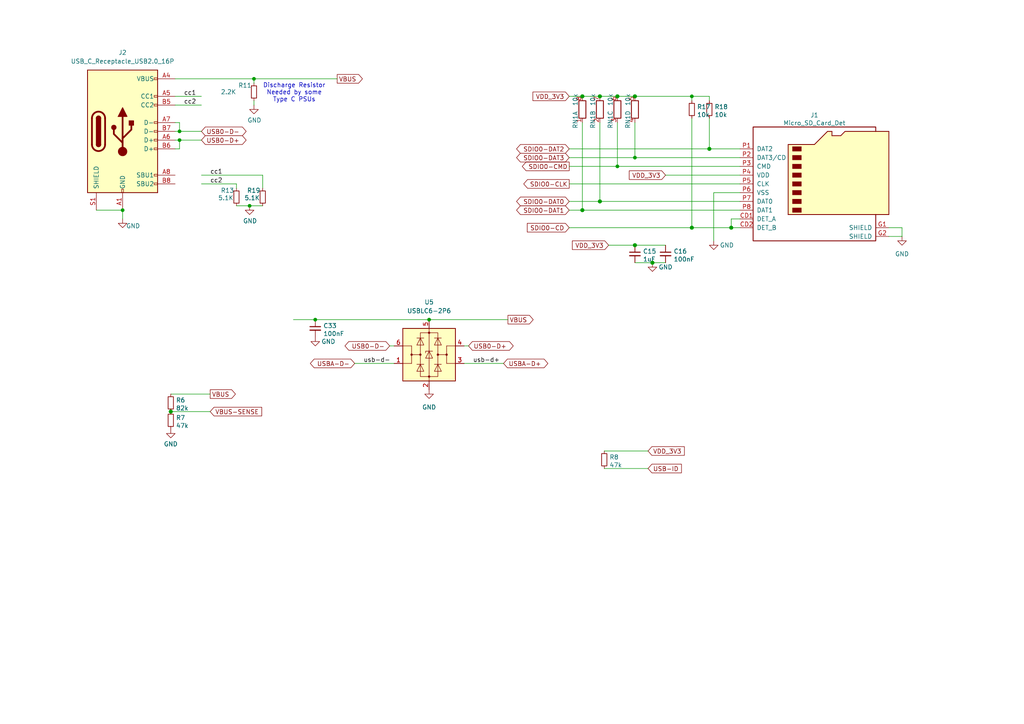
<source format=kicad_sch>
(kicad_sch (version 20250114) (generator "eeschema") (generator_version "9.0")
  (paper "A4")
  (lib_symbols
    (symbol "Connector:USB_C_Receptacle_USB2.0_16P" (pin_names (offset 1.016))
      (property "Reference" "J" (at 0 22.225 0))
      (property "Value" "USB_C_Receptacle_USB2.0_16P" (at 0 19.685 0))
      (symbol "USB_C_Receptacle_USB2.0_16P_0_0"
        (rectangle (start -0.254 -17.78) (end 0.254 -16.764))
        (rectangle (start 10.16 15.494) (end 9.144 14.986))
        (rectangle (start 10.16 10.414) (end 9.144 9.906))
        (rectangle (start 10.16 7.874) (end 9.144 7.366))
        (rectangle (start 10.16 2.794) (end 9.144 2.286))
        (rectangle (start 10.16 0.254) (end 9.144 -0.254))
        (rectangle (start 10.16 -2.286) (end 9.144 -2.794))
        (rectangle (start 10.16 -4.826) (end 9.144 -5.334))
        (rectangle (start 10.16 -12.446) (end 9.144 -12.954))
        (rectangle (start 10.16 -14.986) (end 9.144 -15.494))
      )
      (symbol "USB_C_Receptacle_USB2.0_16P_0_1"
        (rectangle (start -10.16 17.78) (end 10.16 -17.78) (stroke (width 0.254)) (fill (type background)))
        (polyline (pts (xy -8.89 -3.81) (xy -8.89 3.81)) (stroke (width 0.508)))
        (rectangle (start -7.62 -3.81) (end -6.35 3.81) (stroke (width 0.254)) (fill (type outline)))
        (arc (start -7.62 3.81) (mid -6.985 4.4423) (end -6.35 3.81) (stroke (width 0.254)))
        (arc (start -7.62 3.81) (mid -6.985 4.4423) (end -6.35 3.81) (stroke (width 0.254)) (fill (type outline)))
        (arc (start -8.89 3.81) (mid -6.985 5.7067) (end -5.08 3.81) (stroke (width 0.508)))
        (arc (start -5.08 -3.81) (mid -6.985 -5.7067) (end -8.89 -3.81) (stroke (width 0.508)))
        (arc (start -6.35 -3.81) (mid -6.985 -4.4423) (end -7.62 -3.81) (stroke (width 0.254)))
        (arc (start -6.35 -3.81) (mid -6.985 -4.4423) (end -7.62 -3.81) (stroke (width 0.254)) (fill (type outline)))
        (polyline (pts (xy -5.08 3.81) (xy -5.08 -3.81)) (stroke (width 0.508)))
        (circle (center -2.54 1.143) (radius 0.635) (stroke (width 0.254)) (fill (type outline)))
        (polyline (pts (xy -1.27 4.318) (xy 0 6.858) (xy 1.27 4.318) (xy -1.27 4.318)) (stroke (width 0.254)) (fill (type outline)))
        (polyline (pts (xy 0 -2.032) (xy 2.54 0.508) (xy 2.54 1.778)) (stroke (width 0.508)))
        (polyline (pts (xy 0 -3.302) (xy -2.54 -0.762) (xy -2.54 0.508)) (stroke (width 0.508)))
        (polyline (pts (xy 0 -5.842) (xy 0 4.318)) (stroke (width 0.508)))
        (circle (center 0 -5.842) (radius 1.27) (fill (type outline)))
        (rectangle (start 1.905 1.778) (end 3.175 3.048) (stroke (width 0.254)) (fill (type outline)))
      )
      (symbol "USB_C_Receptacle_USB2.0_16P_1_1"
        (pin passive line (at -7.62 -22.86 90) (length 5.08) (name "SHIELD") (number "S1"))
        (pin passive line (at 0 -22.86 90) (length 5.08) (name "GND") (number "A1"))
        (pin passive line (at 0 -22.86 90) (length 5.08) (hide yes) (name "GND") (number "A12"))
        (pin passive line (at 0 -22.86 90) (length 5.08) (hide yes) (name "GND") (number "B1"))
        (pin passive line (at 0 -22.86 90) (length 5.08) (hide yes) (name "GND") (number "B12"))
        (pin passive line (at 15.24 15.24 180) (length 5.08) (name "VBUS") (number "A4"))
        (pin passive line (at 15.24 15.24 180) (length 5.08) (hide yes) (name "VBUS") (number "A9"))
        (pin passive line (at 15.24 15.24 180) (length 5.08) (hide yes) (name "VBUS") (number "B4"))
        (pin passive line (at 15.24 15.24 180) (length 5.08) (hide yes) (name "VBUS") (number "B9"))
        (pin bidirectional line (at 15.24 10.16 180) (length 5.08) (name "CC1") (number "A5"))
        (pin bidirectional line (at 15.24 7.62 180) (length 5.08) (name "CC2") (number "B5"))
        (pin bidirectional line (at 15.24 2.54 180) (length 5.08) (name "D-") (number "A7"))
        (pin bidirectional line (at 15.24 0 180) (length 5.08) (name "D-") (number "B7"))
        (pin bidirectional line (at 15.24 -2.54 180) (length 5.08) (name "D+") (number "A6"))
        (pin bidirectional line (at 15.24 -5.08 180) (length 5.08) (name "D+") (number "B6"))
        (pin bidirectional line (at 15.24 -12.7 180) (length 5.08) (name "SBU1") (number "A8"))
        (pin bidirectional line (at 15.24 -15.24 180) (length 5.08) (name "SBU2") (number "B8"))
      )
    )
    (symbol "Device:C_Small" (pin_numbers (hide yes)) (pin_names (offset 0.254) (hide yes))
      (property "Reference" "C" (at 0.254 1.778 0))
      (property "Value" "C_Small" (at 0.254 -2.032 0))
      (symbol "C_Small_0_1"
        (polyline (pts (xy -1.524 0.508) (xy 1.524 0.508)) (stroke (width 0.3048)))
        (polyline (pts (xy -1.524 -0.508) (xy 1.524 -0.508)) (stroke (width 0.3302)))
      )
      (symbol "C_Small_1_1"
        (pin passive line (at 0 2.54 270) (length 2.032) (name "~") (number "1"))
        (pin passive line (at 0 -2.54 90) (length 2.032) (name "~") (number "2"))
      )
    )
    (symbol "Device:R_Pack04_Split" (pin_names (offset 0) (hide yes))
      (property "Reference" "RN" (at 2.032 0 90))
      (property "Value" "R_Pack04_Split" (at 0 0 90))
      (symbol "R_Pack04_Split_0_1"
        (rectangle (start 1.016 2.54) (end -1.016 -2.54) (stroke (width 0.254)))
      )
      (symbol "R_Pack04_Split_1_1"
        (pin passive line (at 0 3.81 270) (length 1.27) (name "R1.2") (number "8"))
        (pin passive line (at 0 -3.81 90) (length 1.27) (name "R1.1") (number "1"))
      )
      (symbol "R_Pack04_Split_2_1"
        (pin passive line (at 0 3.81 270) (length 1.27) (name "R2.2") (number "7"))
        (pin passive line (at 0 -3.81 90) (length 1.27) (name "R2.1") (number "2"))
      )
      (symbol "R_Pack04_Split_3_1"
        (pin passive line (at 0 3.81 270) (length 1.27) (name "R3.2") (number "6"))
        (pin passive line (at 0 -3.81 90) (length 1.27) (name "R3.1") (number "3"))
      )
      (symbol "R_Pack04_Split_4_1"
        (pin passive line (at 0 3.81 270) (length 1.27) (name "R4.2") (number "5"))
        (pin passive line (at 0 -3.81 90) (length 1.27) (name "R4.1") (number "4"))
      )
    )
    (symbol "Device:R_Small" (pin_numbers (hide yes)) (pin_names (offset 0.254) (hide yes))
      (property "Reference" "R" (at 0.762 0.508 0))
      (property "Value" "R_Small" (at 0.762 -1.016 0))
      (symbol "R_Small_0_1"
        (rectangle (start -0.762 1.778) (end 0.762 -1.778) (stroke (width 0.2032)))
      )
      (symbol "R_Small_1_1"
        (pin passive line (at 0 2.54 270) (length 0.762) (name "~") (number "1"))
        (pin passive line (at 0 -2.54 90) (length 0.762) (name "~") (number "2"))
      )
    )
    (symbol "Power_Protection:USBLC6-2P6" (pin_names (hide yes))
      (property "Reference" "U" (at 2.54 8.89 0))
      (property "Value" "USBLC6-2P6" (at 2.54 -8.89 0))
      (symbol "USBLC6-2P6_0_1"
        (rectangle (start -7.62 -7.62) (end 7.62 7.62) (stroke (width 0.254)) (fill (type background)))
        (polyline (pts (xy -5.08 2.54) (xy -7.62 2.54)))
        (circle (center -5.08 0) (radius 0.254) (fill (type outline)))
        (polyline (pts (xy -5.08 0) (xy -5.08 -2.54)))
        (polyline (pts (xy -5.08 -2.54) (xy -7.62 -2.54)))
        (polyline (pts (xy -3.556 2.794) (xy -1.524 2.794) (xy -2.54 4.826) (xy -3.556 2.794)))
        (polyline (pts (xy -3.556 -4.826) (xy -1.524 -4.826) (xy -2.54 -2.794) (xy -3.556 -4.826)))
        (rectangle (start -2.54 6.35) (end 2.54 -6.35))
        (circle (center -2.54 0) (radius 0.254) (fill (type outline)))
        (polyline (pts (xy -2.54 0) (xy -5.08 0) (xy -5.08 2.54)))
        (polyline (pts (xy -1.524 4.826) (xy -3.556 4.826)))
        (polyline (pts (xy -1.524 -2.794) (xy -3.556 -2.794)))
        (polyline (pts (xy -1.016 -1.016) (xy 1.016 -1.016) (xy 0 1.016) (xy -1.016 -1.016)))
        (circle (center 0 6.35) (radius 0.254) (fill (type outline)))
        (polyline (pts (xy 0 6.35) (xy 0 7.62)))
        (polyline (pts (xy 0 1.27) (xy 0 6.35)))
        (polyline (pts (xy 0 -6.35) (xy 0 1.27)))
        (circle (center 0 -6.35) (radius 0.254) (fill (type outline)))
        (polyline (pts (xy 0 -7.62) (xy 0 -6.35)))
        (polyline (pts (xy 1.016 1.016) (xy 0.762 1.016) (xy -1.016 1.016) (xy -1.016 0.508)))
        (polyline (pts (xy 1.524 4.826) (xy 3.556 4.826)))
        (polyline (pts (xy 1.524 -2.794) (xy 3.556 -2.794)))
        (polyline (pts (xy 2.54 0) (xy 5.08 0) (xy 5.08 2.54)))
        (circle (center 2.54 0) (radius 0.254) (fill (type outline)))
        (polyline (pts (xy 3.556 2.794) (xy 1.524 2.794) (xy 2.54 4.826) (xy 3.556 2.794)))
        (polyline (pts (xy 3.556 -4.826) (xy 1.524 -4.826) (xy 2.54 -2.794) (xy 3.556 -4.826)))
        (polyline (pts (xy 5.08 2.54) (xy 7.62 2.54)))
        (polyline (pts (xy 5.08 0) (xy 5.08 -2.54)))
        (circle (center 5.08 0) (radius 0.254) (fill (type outline)))
        (polyline (pts (xy 5.08 -2.54) (xy 7.62 -2.54)))
      )
      (symbol "USBLC6-2P6_1_1"
        (pin passive line (at -10.16 2.54 0) (length 2.54) (name "I/O1") (number "6"))
        (pin passive line (at -10.16 -2.54 0) (length 2.54) (name "I/O1") (number "1"))
        (pin passive line (at 0 10.16 270) (length 2.54) (name "VBUS") (number "5"))
        (pin passive line (at 0 -10.16 90) (length 2.54) (name "GND") (number "2"))
        (pin passive line (at 10.16 2.54 180) (length 2.54) (name "I/O2") (number "4"))
        (pin passive line (at 10.16 -2.54 180) (length 2.54) (name "I/O2") (number "3"))
      )
    )
    (symbol "gct:Micro_SD_Card_Det" (pin_names (offset 1.016))
      (property "Reference" "J" (at -16.51 17.78 0))
      (property "Value" "Micro_SD_Card_Det" (at 16.51 17.78 0))
      (symbol "Micro_SD_Card_Det_0_1"
        (polyline (pts (xy -8.89 -8.89) (xy -8.89 11.43) (xy -1.27 11.43) (xy 2.54 15.24) (xy 3.81 15.24) (xy 3.81 13.97) (xy 6.35 13.97) (xy 7.62 15.24) (xy 20.32 15.24) (xy 20.32 -8.89) (xy -8.89 -8.89)) (stroke (width 0.254)) (fill (type background)))
        (rectangle (start -7.62 10.795) (end -5.08 9.525) (fill (type outline)))
        (rectangle (start -7.62 8.255) (end -5.08 6.985) (fill (type outline)))
        (rectangle (start -7.62 5.715) (end -5.08 4.445) (fill (type outline)))
        (rectangle (start -7.62 3.175) (end -5.08 1.905) (fill (type outline)))
        (rectangle (start -7.62 0.635) (end -5.08 -0.635) (fill (type outline)))
        (rectangle (start -7.62 -1.905) (end -5.08 -3.175) (fill (type outline)))
        (rectangle (start -7.62 -4.445) (end -5.08 -5.715) (fill (type outline)))
        (rectangle (start -7.62 -6.985) (end -5.08 -8.255) (fill (type outline)))
        (polyline (pts (xy 16.51 15.24) (xy 16.51 16.51) (xy -19.05 16.51) (xy -19.05 -16.51) (xy 16.51 -16.51) (xy 16.51 -8.89)) (stroke (width 0.254)))
      )
      (symbol "Micro_SD_Card_Det_1_1"
        (pin bidirectional line (at -22.86 10.16 0) (length 3.81) (name "DAT2") (number "P1"))
        (pin bidirectional line (at -22.86 7.62 0) (length 3.81) (name "DAT3/CD") (number "P2"))
        (pin input line (at -22.86 5.08 0) (length 3.81) (name "CMD") (number "P3"))
        (pin power_in line (at -22.86 2.54 0) (length 3.81) (name "VDD") (number "P4"))
        (pin input line (at -22.86 0 0) (length 3.81) (name "CLK") (number "P5"))
        (pin power_in line (at -22.86 -2.54 0) (length 3.81) (name "VSS") (number "P6"))
        (pin bidirectional line (at -22.86 -5.08 0) (length 3.81) (name "DAT0") (number "P7"))
        (pin bidirectional line (at -22.86 -7.62 0) (length 3.81) (name "DAT1") (number "P8"))
        (pin passive line (at -22.86 -10.16 0) (length 3.81) (name "DET_A") (number "CD1"))
        (pin passive line (at -22.86 -12.7 0) (length 3.81) (name "DET_B") (number "CD2"))
        (pin passive line (at 20.32 -12.7 180) (length 3.81) (name "SHIELD") (number "G1"))
        (pin passive line (at 20.32 -15.24 180) (length 3.81) (name "SHIELD") (number "G2"))
      )
    )
    (symbol "power:GND" (power) (pin_names (offset 0))
      (property "Value" "GND" (at 0 -3.81 0))
      (symbol "GND_0_1"
        (polyline (pts (xy 0 0) (xy 0 -1.27) (xy 1.27 -1.27) (xy 0 -2.54) (xy -1.27 -1.27) (xy 0 -1.27)))
      )
      (symbol "GND_1_1"
        (pin power_in line (at 0 0 270) (length 0) (hide yes) (name "GND") (number "1"))
      )
    )
  )
  (text "Discharge Resistor\nNeeded by some\nType C PSUs" (at 85.344 26.924 0) (effects (font (size 1.27 1.27))))
  (junction (at 184.15 45.72))
  (junction (at 73.66 22.86))
  (junction (at 52.07 38.1))
  (junction (at 179.07 27.94) (diameter 1.016))
  (junction (at 173.99 27.94) (diameter 1.016))
  (junction (at 173.99 58.42) (diameter 1.016))
  (junction (at 168.91 27.94) (diameter 1.016))
  (junction (at 184.15 71.12) (diameter 1.016))
  (junction (at 205.74 43.18) (diameter 1.016))
  (junction (at 184.15 27.94) (diameter 1.016))
  (junction (at 189.23 76.2) (diameter 1.016))
  (junction (at 49.53 119.38) (diameter 1.016))
  (junction (at 200.66 66.04) (diameter 1.016))
  (junction (at 52.07 40.64))
  (junction (at 124.46 92.71))
  (junction (at 212.09 66.04) (diameter 1.016))
  (junction (at 91.44 92.71))
  (junction (at 168.91 60.96) (diameter 1.016))
  (junction (at 35.56 60.96))
  (junction (at 179.07 48.26))
  (junction (at 72.39 59.69))
  (junction (at 200.66 27.94))
  (wire (pts (xy 175.26 135.89) (xy 187.96 135.89)))
  (wire (pts (xy 73.66 22.86) (xy 97.79 22.86)))
  (wire (pts (xy 193.04 50.8) (xy 214.63 50.8)))
  (wire (pts (xy 68.58 54.61) (xy 68.58 53.34)))
  (wire (pts (xy 173.99 35.56) (xy 173.99 58.42)))
  (wire (pts (xy 35.56 60.96) (xy 35.56 63.5)))
  (wire (pts (xy 73.66 22.86) (xy 73.66 24.13)))
  (wire (pts (xy 184.15 76.2) (xy 189.23 76.2)))
  (wire (pts (xy 189.23 76.2) (xy 193.04 76.2)))
  (wire (pts (xy 173.99 58.42) (xy 214.63 58.42)))
  (wire (pts (xy 165.1 58.42) (xy 173.99 58.42)))
  (wire (pts (xy 50.8 43.18) (xy 52.07 43.18)))
  (wire (pts (xy 58.42 53.34) (xy 68.58 53.34)))
  (wire (pts (xy 50.8 40.64) (xy 52.07 40.64)))
  (wire (pts (xy 49.53 119.38) (xy 60.96 119.38)))
  (wire (pts (xy 52.07 43.18) (xy 52.07 40.64)))
  (wire (pts (xy 205.74 29.21) (xy 205.74 27.94)))
  (wire (pts (xy 134.62 105.41) (xy 146.05 105.41)))
  (wire (pts (xy 50.8 35.56) (xy 52.07 35.56)))
  (wire (pts (xy 165.1 45.72) (xy 184.15 45.72)))
  (wire (pts (xy 205.74 43.18) (xy 214.63 43.18)))
  (wire (pts (xy 165.1 43.18) (xy 205.74 43.18)))
  (wire (pts (xy 50.8 30.48) (xy 58.42 30.48)))
  (wire (pts (xy 68.58 59.69) (xy 72.39 59.69)))
  (wire (pts (xy 85.09 92.71) (xy 91.44 92.71)))
  (wire (pts (xy 52.07 38.1) (xy 58.42 38.1)))
  (wire (pts (xy 179.07 35.56) (xy 179.07 48.26)))
  (wire (pts (xy 168.91 35.56) (xy 168.91 60.96)))
  (wire (pts (xy 134.62 100.33) (xy 135.89 100.33)))
  (wire (pts (xy 168.91 60.96) (xy 214.63 60.96)))
  (wire (pts (xy 165.1 60.96) (xy 168.91 60.96)))
  (wire (pts (xy 73.66 29.21) (xy 73.66 30.48)))
  (wire (pts (xy 76.2 50.8) (xy 76.2 54.61)))
  (wire (pts (xy 50.8 27.94) (xy 58.42 27.94)))
  (wire (pts (xy 205.74 34.29) (xy 205.74 43.18)))
  (wire (pts (xy 124.46 92.71) (xy 147.32 92.71)))
  (wire (pts (xy 52.07 40.64) (xy 58.42 40.64)))
  (wire (pts (xy 102.87 105.41) (xy 114.3 105.41)))
  (wire (pts (xy 50.8 22.86) (xy 73.66 22.86)))
  (wire (pts (xy 261.62 68.58) (xy 257.81 68.58)))
  (wire (pts (xy 257.81 66.04) (xy 261.62 66.04)))
  (wire (pts (xy 261.62 66.04) (xy 261.62 68.58)))
  (wire (pts (xy 179.07 48.26) (xy 214.63 48.26)))
  (wire (pts (xy 179.07 27.94) (xy 184.15 27.94)))
  (wire (pts (xy 173.99 27.94) (xy 179.07 27.94)))
  (wire (pts (xy 168.91 27.94) (xy 173.99 27.94)))
  (wire (pts (xy 165.1 27.94) (xy 168.91 27.94)))
  (wire (pts (xy 184.15 27.94) (xy 200.66 27.94)))
  (wire (pts (xy 113.03 100.33) (xy 114.3 100.33)))
  (wire (pts (xy 200.66 34.29) (xy 200.66 66.04)))
  (wire (pts (xy 50.8 38.1) (xy 52.07 38.1)))
  (wire (pts (xy 58.42 50.8) (xy 76.2 50.8)))
  (wire (pts (xy 165.1 53.34) (xy 214.63 53.34)))
  (wire (pts (xy 214.63 55.88) (xy 207.01 55.88)))
  (wire (pts (xy 207.01 55.88) (xy 207.01 69.85)))
  (wire (pts (xy 91.44 92.71) (xy 124.46 92.71)))
  (wire (pts (xy 176.53 71.12) (xy 184.15 71.12)))
  (wire (pts (xy 184.15 71.12) (xy 193.04 71.12)))
  (wire (pts (xy 214.63 63.5) (xy 212.09 63.5)))
  (wire (pts (xy 212.09 66.04) (xy 214.63 66.04)))
  (wire (pts (xy 212.09 63.5) (xy 212.09 66.04)))
  (wire (pts (xy 49.53 114.3) (xy 60.96 114.3)))
  (wire (pts (xy 175.26 130.81) (xy 187.96 130.81)))
  (wire (pts (xy 184.15 45.72) (xy 214.63 45.72)))
  (wire (pts (xy 165.1 48.26) (xy 179.07 48.26)))
  (wire (pts (xy 27.94 60.96) (xy 35.56 60.96)))
  (wire (pts (xy 200.66 27.94) (xy 200.66 29.21)))
  (wire (pts (xy 165.1 66.04) (xy 200.66 66.04)))
  (wire (pts (xy 200.66 66.04) (xy 212.09 66.04)))
  (wire (pts (xy 184.15 35.56) (xy 184.15 45.72)))
  (wire (pts (xy 72.39 59.69) (xy 76.2 59.69)))
  (wire (pts (xy 52.07 35.56) (xy 52.07 38.1)))
  (wire (pts (xy 205.74 27.94) (xy 200.66 27.94)))
  (label "cc1" (at 53.34 27.94 0))
  (label "cc1" (at 60.96 50.8 0))
  (label "usb-d+" (at 137.16 105.41 0))
  (label "cc2" (at 60.96 53.34 0))
  (label "usb-d-" (at 105.41 105.41 0))
  (label "cc2" (at 53.34 30.48 0))
  (global_label "SDIO0-DAT1" (shape bidirectional) (at 165.1 60.96 180) (property "Intersheetrefs" "${INTERSHEET_REFS}" (effects (hide yes))))
  (global_label "SDIO0-DAT0" (shape bidirectional) (at 165.1 58.42 180) (property "Intersheetrefs" "${INTERSHEET_REFS}" (effects (hide yes))))
  (global_label "USB0-D+" (shape bidirectional) (at 58.42 40.64 0) (property "Intersheetrefs" "${INTERSHEET_REFS}" (effects (hide yes))))
  (global_label "USB0-D-" (shape bidirectional) (at 58.42 38.1 0) (property "Intersheetrefs" "${INTERSHEET_REFS}" (effects (hide yes))))
  (global_label "SDIO0-DAT2" (shape bidirectional) (at 165.1 43.18 180) (property "Intersheetrefs" "${INTERSHEET_REFS}" (effects (hide yes))))
  (global_label "USB-ID" (shape input) (at 187.96 135.89 0) (property "Intersheetrefs" "${INTERSHEET_REFS}" (effects (hide yes))))
  (global_label "VBUS-SENSE" (shape input) (at 60.96 119.38 0) (property "Intersheetrefs" "${INTERSHEET_REFS}" (effects (hide yes))))
  (global_label "VDD_3V3" (shape input) (at 176.53 71.12 180) (property "Intersheetrefs" "${INTERSHEET_REFS}" (effects (hide yes))))
  (global_label "USBA-D+" (shape bidirectional) (at 146.05 105.41 0) (property "Intersheetrefs" "${INTERSHEET_REFS}" (effects (hide yes))))
  (global_label "USB0-D+" (shape bidirectional) (at 135.89 100.33 0) (property "Intersheetrefs" "${INTERSHEET_REFS}" (effects (hide yes))))
  (global_label "USBA-D-" (shape bidirectional) (at 102.87 105.41 180) (property "Intersheetrefs" "${INTERSHEET_REFS}" (effects (hide yes))))
  (global_label "VBUS" (shape output) (at 60.96 114.3 0) (property "Intersheetrefs" "${INTERSHEET_REFS}" (effects (hide yes))))
  (global_label "VBUS" (shape output) (at 147.32 92.71 0) (property "Intersheetrefs" "${INTERSHEET_REFS}" (effects (hide yes))))
  (global_label "VDD_3V3" (shape input) (at 193.04 50.8 180) (property "Intersheetrefs" "${INTERSHEET_REFS}" (effects (hide yes))))
  (global_label "VDD_3V3" (shape input) (at 187.96 130.81 0) (property "Intersheetrefs" "${INTERSHEET_REFS}" (effects (hide yes))))
  (global_label "SDIO0-DAT3" (shape bidirectional) (at 165.1 45.72 180) (property "Intersheetrefs" "${INTERSHEET_REFS}" (effects (hide yes))))
  (global_label "SDIO0-CD" (shape input) (at 165.1 66.04 180) (property "Intersheetrefs" "${INTERSHEET_REFS}" (effects (hide yes))))
  (global_label "USB0-D-" (shape bidirectional) (at 113.03 100.33 180) (property "Intersheetrefs" "${INTERSHEET_REFS}" (effects (hide yes))))
  (global_label "SDIO0-CMD" (shape output) (at 165.1 48.26 180) (property "Intersheetrefs" "${INTERSHEET_REFS}" (effects (hide yes))))
  (global_label "SDIO0-CLK" (shape output) (at 165.1 53.34 180) (property "Intersheetrefs" "${INTERSHEET_REFS}" (effects (hide yes))))
  (global_label "VBUS" (shape output) (at 97.79 22.86 0) (property "Intersheetrefs" "${INTERSHEET_REFS}" (effects (hide yes))))
  (global_label "VDD_3V3" (shape input) (at 165.1 27.94 180) (property "Intersheetrefs" "${INTERSHEET_REFS}" (effects (hide yes))))
  (symbol (lib_id "Device:R_Small") (at 205.74 31.75 0) (unit 1)
    (property "Reference" "R18" (at 207.2387 30.9891 0) (effects (justify left)))
    (property "Value" "10k" (at 207.2387 33.2878 0) (effects (justify left)))
    (property "Footprint" "Resistor_SMD:R_0402_1005Metric" (effects (hide yes)))
    (property "Datasheet" "~{}" (effects (hide yes)))
  )
  (symbol (lib_id "power:GND") (at 91.44 97.79 0) (unit 1)
    (property "Reference" "#PWR01" (effects (hide yes)))
    (property "Value" "GND" (at 95.25 99.06 0))
  )
  (symbol (lib_id "power:GND") (at 73.66 30.48 0) (unit 1)
    (property "Reference" "#PWR031" (effects (hide yes)))
    (property "Value" "GND" (at 73.787 34.8742 0))
    (property "Description" "Power symbol creates a global label with name \"GND\" , ground" (effects (hide yes)))
  )
  (symbol (lib_id "Connector:USB_C_Receptacle_USB2.0_16P") (at 35.56 38.1 0) (unit 1)
    (property "Reference" "J2" (at 35.56 15.24 0))
    (property "Value" "USB_C_Receptacle_USB2.0_16P" (at 35.56 17.78 0))
    (property "Footprint" "Connector_USB:USB_C_Receptacle_GCT_USB4105-xx-A_16P_TopMnt_Horizontal" (effects (hide yes)))
    (property "Datasheet" "https://www.usb.org/sites/default/files/documents/usb_type-c.zip" (effects (hide yes)))
    (property "Description" "USB 2.0-only 16P Type-C Receptacle connector" (effects (hide yes)))
  )
  (symbol (lib_id "power:GND") (at 35.56 63.5 0) (unit 1)
    (property "Reference" "#PWR0129" (effects (hide yes)))
    (property "Value" "GND" (at 38.608 65.532 0))
  )
  (symbol (lib_id "Device:R_Small") (at 49.53 116.84 0) (unit 1)
    (property "Reference" "R6" (at 51.0287 116.0791 0) (effects (justify left)))
    (property "Value" "82k" (at 51.0287 118.3778 0) (effects (justify left)))
    (property "Footprint" "Resistor_SMD:R_0402_1005Metric" (effects (hide yes)))
    (property "Datasheet" "~{}" (effects (hide yes)))
  )
  (symbol (lib_id "Device:C_Small") (at 91.44 95.25 0) (unit 1)
    (property "Reference" "C33" (at 93.7642 94.4891 0) (effects (justify left)))
    (property "Value" "100nF" (at 93.7642 96.7878 0) (effects (justify left)))
    (property "Footprint" "Capacitor_SMD:C_0402_1005Metric" (effects (hide yes)))
    (property "Datasheet" "~{}" (effects (hide yes)))
  )
  (symbol (lib_id "Device:R_Pack04_Split") (at 168.91 31.75 0) (unit 1)
    (property "Reference" "RN1" (at 166.8781 37.3391 90) (effects (justify left)))
    (property "Value" "10k" (at 166.8781 30.7478 90) (effects (justify left)))
    (property "Footprint" "Resistor_SMD:R_Array_Convex_4x0402" (effects (hide yes)))
    (property "Datasheet" "~{}" (effects (hide yes)))
  )
  (symbol (lib_id "power:GND") (at 261.62 68.58 0) (unit 1)
    (property "Reference" "#PWR0115" (effects (hide yes)))
    (property "Value" "GND" (at 261.62 73.66 0))
  )
  (symbol (lib_id "Device:R_Small") (at 175.26 133.35 0) (unit 1)
    (property "Reference" "R8" (at 176.7587 132.5891 0) (effects (justify left)))
    (property "Value" "47k" (at 176.7587 134.8878 0) (effects (justify left)))
    (property "Footprint" "Resistor_SMD:R_0402_1005Metric" (effects (hide yes)))
    (property "Datasheet" "~{}" (effects (hide yes)))
  )
  (symbol (lib_id "power:GND") (at 189.23 76.2 0) (unit 1)
    (property "Reference" "#PWR0120" (effects (hide yes)))
    (property "Value" "GND" (at 193.04 77.47 0))
  )
  (symbol (lib_id "Device:R_Small") (at 49.53 121.92 0) (unit 1)
    (property "Reference" "R7" (at 51.0287 121.1591 0) (effects (justify left)))
    (property "Value" "47k" (at 51.0287 123.4578 0) (effects (justify left)))
    (property "Footprint" "Resistor_SMD:R_0402_1005Metric" (effects (hide yes)))
    (property "Datasheet" "~{}" (effects (hide yes)))
  )
  (symbol (lib_id "power:GND") (at 207.01 69.85 0) (unit 1)
    (property "Reference" "#PWR0116" (effects (hide yes)))
    (property "Value" "GND" (at 210.82 71.12 0))
  )
  (symbol (lib_id "Device:R_Pack04_Split") (at 173.99 31.75 0) (unit 2)
    (property "Reference" "RN1" (at 171.9581 37.3391 90) (effects (justify left)))
    (property "Value" "10k" (at 171.9581 30.7478 90) (effects (justify left)))
    (property "Footprint" "Resistor_SMD:R_Array_Convex_4x0402" (effects (hide yes)))
    (property "Datasheet" "~{}" (effects (hide yes)))
  )
  (symbol (lib_id "Device:C_Small") (at 184.15 73.66 0) (unit 1)
    (property "Reference" "C15" (at 186.4742 72.8991 0) (effects (justify left)))
    (property "Value" "1uF" (at 186.4742 75.1978 0) (effects (justify left)))
    (property "Footprint" "Capacitor_SMD:C_0402_1005Metric" (effects (hide yes)))
    (property "Datasheet" "~{}" (effects (hide yes)))
  )
  (symbol (lib_id "Power_Protection:USBLC6-2P6") (at 124.46 102.87 0) (unit 1)
    (property "Reference" "U5" (at 124.46 87.63 0))
    (property "Value" "USBLC6-2P6" (at 124.46 90.17 0))
    (property "Footprint" "Package_TO_SOT_SMD:SOT-666" (effects (hide yes)))
    (property "Datasheet" "https://www.st.com/resource/en/datasheet/usblc6-2.pdf" (effects (hide yes)))
  )
  (symbol (lib_id "Device:R_Pack04_Split") (at 179.07 31.75 0) (unit 3)
    (property "Reference" "RN1" (at 177.0381 37.3391 90) (effects (justify left)))
    (property "Value" "10k" (at 177.0381 30.7478 90) (effects (justify left)))
    (property "Footprint" "Resistor_SMD:R_Array_Convex_4x0402" (effects (hide yes)))
    (property "Datasheet" "~{}" (effects (hide yes)))
  )
  (symbol (lib_id "Device:R_Small") (at 68.58 57.15 0) (unit 1)
    (property "Reference" "R13" (at 64.008 55.245 0) (effects (justify left)))
    (property "Value" "5.1K" (at 63.246 57.404 0) (effects (justify left)))
    (property "Footprint" "Resistor_SMD:R_0402_1005Metric" (effects (hide yes)))
    (property "Description" "Resistor, small symbol" (effects (hide yes)))
    (property "Field4" "Farnell" (effects (hide yes)))
    (property "Part Description" "Resistor 2.2K M1005 1% 63mW" (effects (hide yes)))
  )
  (symbol (lib_id "Device:R_Pack04_Split") (at 184.15 31.75 0) (unit 4)
    (property "Reference" "RN1" (at 182.1181 37.3391 90) (effects (justify left)))
    (property "Value" "10k" (at 182.1181 30.7478 90) (effects (justify left)))
    (property "Footprint" "Resistor_SMD:R_Array_Convex_4x0402" (effects (hide yes)))
    (property "Datasheet" "~{}" (effects (hide yes)))
  )
  (symbol (lib_id "power:GND") (at 72.39 59.69 0) (unit 1)
    (property "Reference" "#PWR032" (effects (hide yes)))
    (property "Value" "GND" (at 72.517 64.0842 0))
    (property "Description" "Power symbol creates a global label with name \"GND\" , ground" (effects (hide yes)))
  )
  (symbol (lib_id "Device:R_Small") (at 200.66 31.75 0) (unit 1)
    (property "Reference" "R17" (at 202.1587 30.9891 0) (effects (justify left)))
    (property "Value" "10k" (at 202.1587 33.2878 0) (effects (justify left)))
    (property "Footprint" "Resistor_SMD:R_0402_1005Metric" (effects (hide yes)))
    (property "Datasheet" "~{}" (effects (hide yes)))
  )
  (symbol (lib_id "Device:R_Small") (at 73.66 26.67 0) (unit 1)
    (property "Reference" "R11" (at 69.088 24.765 0) (effects (justify left)))
    (property "Value" "2.2K" (at 64.008 26.67 0) (effects (justify left)))
    (property "Footprint" "Resistor_SMD:R_0402_1005Metric" (effects (hide yes)))
    (property "Description" "Resistor, small symbol" (effects (hide yes)))
    (property "Field4" "Farnell" (effects (hide yes)))
    (property "Part Description" "Resistor 2.2K M1005 1% 63mW" (effects (hide yes)))
  )
  (symbol (lib_id "Device:C_Small") (at 193.04 73.66 0) (unit 1)
    (property "Reference" "C16" (at 195.3642 72.8991 0) (effects (justify left)))
    (property "Value" "100nF" (at 195.3642 75.1978 0) (effects (justify left)))
    (property "Footprint" "Capacitor_SMD:C_0402_1005Metric" (effects (hide yes)))
    (property "Datasheet" "~{}" (effects (hide yes)))
  )
  (symbol (lib_id "gct:Micro_SD_Card_Det") (at 237.49 53.34 0) (unit 1)
    (property "Reference" "J1" (at 236.22 33.3968 0))
    (property "Value" "Micro_SD_Card_Det" (at 236.22 35.6955 0))
    (property "Footprint" "gct:MEM20610118800A" (effects (hide yes)))
    (property "Datasheet" "https://www.hirose.com/product/en/download_file/key_name/DM3/category/Catalog/doc_file_id/49662/?file_category_id=4&item_id=195&is_series=1" (effects (hide yes)))
  )
  (symbol (lib_id "power:GND") (at 124.46 113.03 0) (unit 1)
    (property "Reference" "#PWR0156" (effects (hide yes)))
    (property "Value" "GND" (at 124.46 118.11 0))
  )
  (symbol (lib_id "power:GND") (at 49.53 124.46 0) (unit 1)
    (property "Reference" "#PWR0134" (effects (hide yes)))
    (property "Value" "GND" (at 49.53 128.7844 0))
  )
  (symbol (lib_id "Device:R_Small") (at 76.2 57.15 0) (unit 1)
    (property "Reference" "R19" (at 71.628 55.245 0) (effects (justify left)))
    (property "Value" "5.1K" (at 70.866 57.404 0) (effects (justify left)))
    (property "Footprint" "Resistor_SMD:R_0402_1005Metric" (effects (hide yes)))
    (property "Description" "Resistor, small symbol" (effects (hide yes)))
    (property "Field4" "Farnell" (effects (hide yes)))
    (property "Part Description" "Resistor 2.2K M1005 1% 63mW" (effects (hide yes)))
  )
)
</source>
